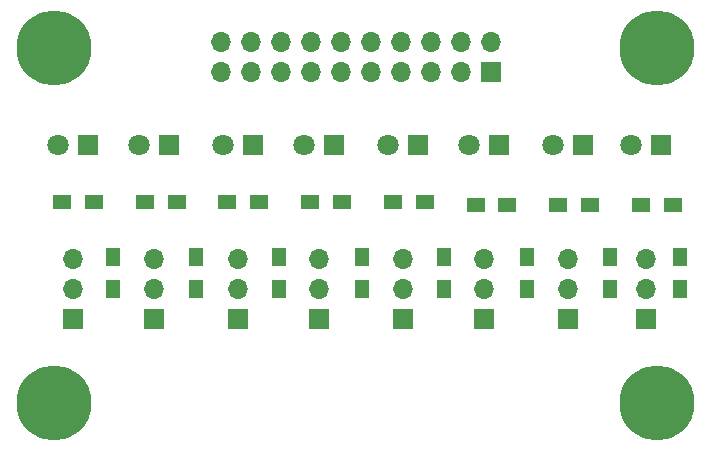
<source format=gbs>
%TF.GenerationSoftware,KiCad,Pcbnew,(6.0.1)*%
%TF.CreationDate,2022-06-02T17:03:42-04:00*%
%TF.ProjectId,SWLEDX8,53574c45-4458-4382-9e6b-696361645f70,X1*%
%TF.SameCoordinates,Original*%
%TF.FileFunction,Soldermask,Bot*%
%TF.FilePolarity,Negative*%
%FSLAX46Y46*%
G04 Gerber Fmt 4.6, Leading zero omitted, Abs format (unit mm)*
G04 Created by KiCad (PCBNEW (6.0.1)) date 2022-06-02 17:03:42*
%MOMM*%
%LPD*%
G01*
G04 APERTURE LIST*
%ADD10R,1.800000X1.800000*%
%ADD11C,1.800000*%
%ADD12C,6.350000*%
%ADD13R,1.700000X1.700000*%
%ADD14O,1.700000X1.700000*%
%ADD15R,1.300000X1.500000*%
%ADD16R,1.500000X1.300000*%
G04 APERTURE END LIST*
D10*
%TO.C,D0*%
X55377000Y-12192000D03*
D11*
X52837000Y-12192000D03*
%TD*%
D10*
%TO.C,D1*%
X48773000Y-12192000D03*
D11*
X46233000Y-12192000D03*
%TD*%
D10*
%TO.C,D2*%
X41661000Y-12192000D03*
D11*
X39121000Y-12192000D03*
%TD*%
D10*
%TO.C,D3*%
X34803000Y-12192000D03*
D11*
X32263000Y-12192000D03*
%TD*%
D10*
%TO.C,D4*%
X27691000Y-12192000D03*
D11*
X25151000Y-12192000D03*
%TD*%
D10*
%TO.C,D5*%
X20833000Y-12192000D03*
D11*
X18293000Y-12192000D03*
%TD*%
D10*
%TO.C,D6*%
X13721000Y-12192000D03*
D11*
X11181000Y-12192000D03*
%TD*%
D12*
%TO.C,MTG?1*%
X55000000Y-34000000D03*
%TD*%
%TO.C,MTG1*%
X55000000Y-4000000D03*
%TD*%
%TO.C,MTG2*%
X4000000Y-4000000D03*
%TD*%
%TO.C,MTG3*%
X4000000Y-34000000D03*
%TD*%
D13*
%TO.C,SW0*%
X54102000Y-26909000D03*
D14*
X54102000Y-24369000D03*
X54102000Y-21829000D03*
%TD*%
D13*
%TO.C,SW1*%
X47498000Y-26909000D03*
D14*
X47498000Y-24369000D03*
X47498000Y-21829000D03*
%TD*%
D13*
%TO.C,SW2*%
X40386000Y-26909000D03*
D14*
X40386000Y-24369000D03*
X40386000Y-21829000D03*
%TD*%
D13*
%TO.C,SW3*%
X33528000Y-26909000D03*
D14*
X33528000Y-24369000D03*
X33528000Y-21829000D03*
%TD*%
D13*
%TO.C,SW4*%
X26416000Y-26909000D03*
D14*
X26416000Y-24369000D03*
X26416000Y-21829000D03*
%TD*%
D13*
%TO.C,SW5*%
X19558000Y-26909000D03*
D14*
X19558000Y-24369000D03*
X19558000Y-21829000D03*
%TD*%
D13*
%TO.C,SW6*%
X12446000Y-26909000D03*
D14*
X12446000Y-24369000D03*
X12446000Y-21829000D03*
%TD*%
D13*
%TO.C,SW7*%
X5588000Y-26909000D03*
D14*
X5588000Y-24369000D03*
X5588000Y-21829000D03*
%TD*%
D10*
%TO.C,D7*%
X6863000Y-12192000D03*
D11*
X4323000Y-12192000D03*
%TD*%
D15*
%TO.C,R1*%
X57000000Y-21650000D03*
X57000000Y-24350000D03*
%TD*%
%TO.C,R2*%
X51000000Y-21650000D03*
X51000000Y-24350000D03*
%TD*%
%TO.C,R3*%
X44000000Y-21650000D03*
X44000000Y-24350000D03*
%TD*%
%TO.C,R4*%
X37000000Y-21650000D03*
X37000000Y-24350000D03*
%TD*%
%TO.C,R5*%
X30000000Y-21650000D03*
X30000000Y-24350000D03*
%TD*%
%TO.C,R6*%
X23000000Y-21650000D03*
X23000000Y-24350000D03*
%TD*%
%TO.C,R7*%
X16000000Y-21650000D03*
X16000000Y-24350000D03*
%TD*%
%TO.C,R8*%
X9000000Y-21650000D03*
X9000000Y-24350000D03*
%TD*%
D16*
%TO.C,R9*%
X53650000Y-17250000D03*
X56350000Y-17250000D03*
%TD*%
%TO.C,R10*%
X46650000Y-17250000D03*
X49350000Y-17250000D03*
%TD*%
%TO.C,R11*%
X39650000Y-17250000D03*
X42350000Y-17250000D03*
%TD*%
%TO.C,R12*%
X32650000Y-17000000D03*
X35350000Y-17000000D03*
%TD*%
%TO.C,R13*%
X25650000Y-17000000D03*
X28350000Y-17000000D03*
%TD*%
%TO.C,R14*%
X18650000Y-17000000D03*
X21350000Y-17000000D03*
%TD*%
%TO.C,R15*%
X11650000Y-17000000D03*
X14350000Y-17000000D03*
%TD*%
%TO.C,R16*%
X4650000Y-17000000D03*
X7350000Y-17000000D03*
%TD*%
D13*
%TO.C,P1*%
X41000000Y-6000000D03*
D14*
X41000000Y-3460000D03*
X38460000Y-6000000D03*
X38460000Y-3460000D03*
X35920000Y-6000000D03*
X35920000Y-3460000D03*
X33380000Y-6000000D03*
X33380000Y-3460000D03*
X30840000Y-6000000D03*
X30840000Y-3460000D03*
X28300000Y-6000000D03*
X28300000Y-3460000D03*
X25760000Y-6000000D03*
X25760000Y-3460000D03*
X23220000Y-6000000D03*
X23220000Y-3460000D03*
X20680000Y-6000000D03*
X20680000Y-3460000D03*
X18140000Y-6000000D03*
X18140000Y-3460000D03*
%TD*%
M02*

</source>
